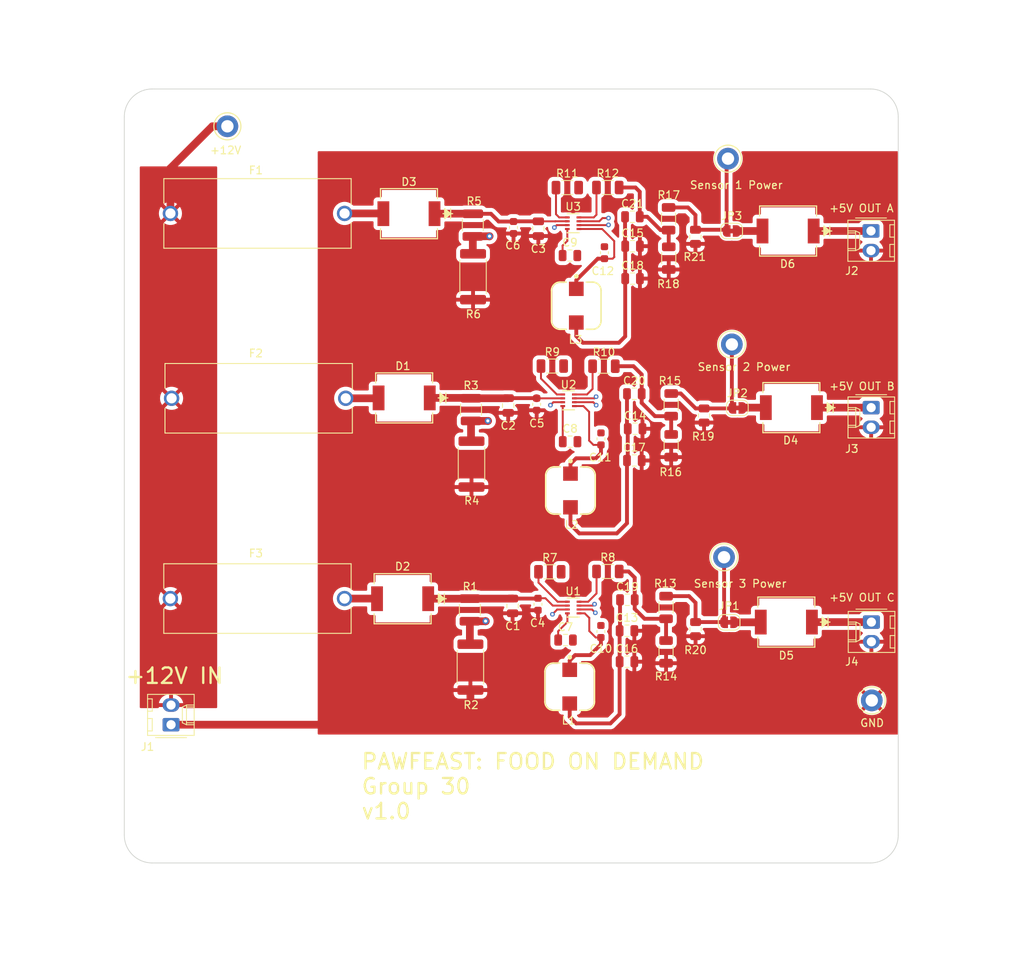
<source format=kicad_pcb>
(kicad_pcb (version 20221018) (generator pcbnew)
  (title_block (title "Template") (date "2022-08-16") (rev "0.0") (company "Illini Solar Car") (comment 1 "Designed By: Your Name"))
  (layers (0 "F.Cu" signal) (31 "B.Cu" signal) (34 "B.Paste" user) (35 "F.Paste" user) (36 "B.SilkS" user "B.Silkscreen") (37 "F.SilkS" user "F.Silkscreen") (38 "B.Mask" user) (39 "F.Mask" user) (44 "Edge.Cuts" user))
  (net 0 "")
  (net 1 "Net-(D2-K)")
  (net 2 "GND")
  (net 3 "Net-(JP2-A)")
  (net 4 "Net-(D1-K)")
  (net 5 "Net-(JP1-A)")
  (net 6 "Net-(D3-K)")
  (net 7 "Net-(JP3-A)")
  (net 8 "Net-(D1-A)")
  (net 9 "Net-(D2-A)")
  (net 10 "Net-(D3-A)")
  (net 11 "Net-(D4-K)")
  (net 12 "Net-(D4-A)")
  (net 13 "Net-(D5-K)")
  (net 14 "Net-(D5-A)")
  (net 15 "Net-(D6-K)")
  (net 16 "Net-(D6-A)")
  (net 17 "+12V")
  (net 18 "Net-(U1-GND)")
  (net 19 "Net-(U1-SS)")
  (net 20 "Net-(U2-GND)")
  (net 21 "Net-(U2-SS)")
  (net 22 "Net-(U3-GND)")
  (net 23 "Net-(U3-SS)")
  (net 24 "Net-(U1-BST)")
  (net 25 "Net-(U1-SW)")
  (net 26 "Net-(U2-BST)")
  (net 27 "Net-(U2-SW)")
  (net 28 "Net-(U3-BST)")
  (net 29 "Net-(U3-SW)")
  (net 30 "Net-(C19-Pad2)")
  (net 31 "Net-(C20-Pad2)")
  (net 32 "Net-(C21-Pad2)")
  (net 33 "Net-(U1-EN)")
  (net 34 "Net-(U2-EN)")
  (net 35 "Net-(U3-EN)")
  (net 36 "Net-(U1-PG)")
  (net 37 "Net-(U1-FB)")
  (net 38 "Net-(U2-PG)")
  (net 39 "Net-(U2-FB)")
  (net 40 "Net-(U3-PG)")
  (net 41 "Net-(U3-FB)")
  (footprint "Resistor_SMD:R_1206_3216Metric" (layer "F.Cu") (at 137.24 56.74)
    (fp_text reference "R11")
    (fp_text value "10k")
  )
  (footprint "Capacitor_SMD:C_0805_2012Metric" (layer "F.Cu") (at 145.9 92)
    (fp_text reference "C17")
    (fp_text value "22uF")
  )
  (footprint "VS_30BQ015_M3_9AT:VS_30BQ015_M3_9AT" (layer "F.Cu") (at 116.16 83.915 180)
    (fp_text reference "D1")
    (fp_text value "D_Schottky")
  )
  (footprint "TestPoint:TestPoint_Keystone_5010-5014_Multipurpose" (layer "F.Cu") (at 176.58 123)
    (fp_text reference "TP2" hide)
    (fp_text value "GND")
  )
  (footprint "Resistor_SMD:R_2512_6332Metric" (layer "F.Cu") (at 124.72 118.7 -90)
    (fp_text reference "R2")
    (fp_text value "49.9k")
  )
  (footprint "Capacitor_SMD:C_0603_1608Metric" (layer "F.Cu") (at 130.29 61.9 -90)
    (fp_text reference "C6")
    (fp_text value "0.1uF")
  )
  (footprint "MountingHole:MountingHole_3.2mm_M3" (layer "F.Cu") (at 83.6 140.4)
    (fp_text reference "H3" hide)
    (fp_text value "MountingHole")
  )
  (footprint "Resistor_SMD:R_1210_3225Metric" (layer "F.Cu") (at 124.8 85.425 -90)
    (fp_text reference "R3")
    (fp_text value "191k")
  )
  (footprint "4628:FUSE_4628" (layer "F.Cu") (at 97.21 60.08)
    (fp_text reference "F1")
    (fp_text value "Fuse")
  )
  (footprint "Capacitor_SMD:C_0603_1608Metric" (layer "F.Cu") (at 141.58 114.095 90)
    (fp_text reference "C10")
    (fp_text value "0.1uF")
  )
  (footprint "VS_30BQ015_M3_9AT:VS_30BQ015_M3_9AT" (layer "F.Cu") (at 165.5396 112.88 180)
    (fp_text reference "D5")
    (fp_text value "D_Schottky")
  )
  (footprint "Capacitor_SMD:C_0603_1608Metric" (layer "F.Cu") (at 133.28 84.735 -90)
    (fp_text reference "C5")
    (fp_text value "0.1uF")
  )
  (footprint "Capacitor_SMD:C_0805_2012Metric" (layer "F.Cu") (at 145 110)
    (fp_text reference "C19")
    (fp_text value "300pF")
  )
  (footprint "VS_30BQ015_M3_9AT:VS_30BQ015_M3_9AT" (layer "F.Cu") (at 116.78 60.11 180)
    (fp_text reference "D3")
    (fp_text value "D_Schottky")
  )
  (footprint "MountingHole:MountingHole_3.2mm_M3" (layer "F.Cu") (at 83.6 47.6)
    (fp_text reference "H1" hide)
    (fp_text value "MountingHole")
  )
  (footprint "Capacitor_SMD:C_0805_2012Metric" (layer "F.Cu") (at 144.95 118)
    (fp_text reference "C16")
    (fp_text value "22uF")
  )
  (footprint "Resistor_SMD:R_1206_3216Metric" (layer "F.Cu") (at 150.66 90.1 -90)
    (fp_text reference "R16")
    (fp_text value "10k")
  )
  (footprint "VS_30BQ015_M3_9AT:VS_30BQ015_M3_9AT" (layer "F.Cu") (at 166.195 85.17 180)
    (fp_text reference "D4")
    (fp_text value "D_Schottky")
  )
  (footprint "Resistor_SMD:R_1206_3216Metric" (layer "F.Cu") (at 150 110.99 -90)
    (fp_text reference "R13")
    (fp_text value "90.9k")
  )
  (footprint "MountingHole:MountingHole_3.2mm_M3" (layer "F.Cu") (at 176.4 140.4)
    (fp_text reference "H4" hide)
    (fp_text value "MountingHole")
  )
  (footprint "VS_30BQ015_M3_9AT:VS_30BQ015_M3_9AT" (layer "F.Cu") (at 115.96 109.86 180)
    (fp_text reference "D2")
    (fp_text value "D_Schottky")
  )
  (footprint "Connector_Molex:Molex_KK-254_AE-6410-02A_1x02_P2.54mm_Vertical" (layer "F.Cu") (at 176.5 85.17 -90)
    (fp_text reference "J3")
    (fp_text value "Motor1_Power")
  )
  (footprint "MountingHole:MountingHole_3.2mm_M3" (layer "F.Cu") (at 176.4 47.6)
    (fp_text reference "H2" hide)
    (fp_text value "MountingHole")
  )
  (footprint "Resistor_SMD:R_1210_3225Metric" (layer "F.Cu") (at 125.03 61.5875 -90)
    (fp_text reference "R5")
    (fp_text value "191k")
  )
  (footprint "TestPoint:TestPoint_Keystone_5010-5014_Multipurpose" (layer "F.Cu") (at 93.32 48.82)
    (fp_text reference "TP1" hide)
    (fp_text value "12V")
  )
  (footprint "Capacitor_SMD:C_0805_2012Metric" (layer "F.Cu") (at 133.5 62.05 -90)
    (fp_text reference "C3")
    (fp_text value "22uF")
  )
  (footprint "Resistor_SMD:R_1206_3216Metric" (layer "F.Cu") (at 150 116.73 -90)
    (fp_text reference "R14")
    (fp_text value "10k")
  )
  (footprint "7447786006:WE-PD_6050R" (layer "F.Cu") (at 137.55 121.225 -90)
    (fp_text reference "L1")
    (fp_text value "6.8uH")
  )
  (footprint "Resistor_SMD:R_0805_2012Metric" (layer "F.Cu") (at 153.81 113.79 -90)
    (fp_text reference "R20")
    (fp_text value "100k")
  )
  (footprint "Capacitor_SMD:C_0603_1608Metric" (layer "F.Cu") (at 141.59 89.21 90)
    (fp_text reference "C11")
    (fp_text value "0.1uF")
  )
  (footprint "Capacitor_SMD:C_0805_2012Metric" (layer "F.Cu") (at 137.58 65.52)
    (fp_text reference "C9")
    (fp_text value "22nF")
  )
  (footprint "TestPoint:TestPoint_Keystone_5010-5014_Multipurpose" (layer "F.Cu") (at 158 53)
    (fp_text reference "TP5" hide)
    (fp_text value "Sensor_Power")
  )
  (footprint "Capacitor_SMD:C_0805_2012Metric" (layer "F.Cu") (at 145.67 68.5)
    (fp_text reference "C18")
    (fp_text value "22uF")
  )
  (footprint "Resistor_SMD:R_1206_3216Metric" (layer "F.Cu") (at 141.97 79.82)
    (fp_text reference "R10")
    (fp_text value "10k")
  )
  (footprint "Resistor_SMD:R_1206_3216Metric" (layer "F.Cu") (at 142.48 106.34)
    (fp_text reference "R8")
    (fp_text value "10k")
  )
  (footprint "Connector_Molex:Molex_KK-254_AE-6410-02A_1x02_P2.54mm_Vertical" (layer "F.Cu") (at 86.04 126.14 90)
    (fp_text reference "J1")
    (fp_text value "12V IN")
  )
  (footprint "Capacitor_SMD:C_0805_2012Metric" (layer "F.Cu") (at 145.9 83.38)
    (fp_text reference "C20")
    (fp_text value "300pF")
  )
  (footprint "Jumper:SolderJumper-2_P1.3mm_Bridged_RoundedPad1.0x1.5mm" (layer "F.Cu") (at 158.15 112.91)
    (fp_text reference "JP1")
    (fp_text value "SolderJumper_2_Bridged")
  )
  (footprint "Resistor_SMD:R_1206_3216Metric" (layer "F.Cu") (at 150.325 60.77 -90)
    (fp_text reference "R17")
    (fp_text value "90.9k")
  )
  (footprint "Capacitor_SMD:C_0805_2012Metric" (layer "F.Cu") (at 130.17 110.79 -90)
    (fp_text reference "C1")
    (fp_text value "22uF")
  )
  (footprint "4628:FUSE_4628" (layer "F.Cu") (at 97.205 109.84)
    (fp_text reference "F3")
    (fp_text value "Fuse")
  )
  (footprint "Resistor_SMD:R_1206_3216Metric" (layer "F.Cu") (at 135.3 79.8)
    (fp_text reference "R9")
    (fp_text value "10k")
  )
  (footprint "Capacitor_SMD:C_0805_2012Metric" (layer "F.Cu") (at 145.67 64.31)
    (fp_text reference "C15")
    (fp_text value "22uF")
  )
  (footprint "Resistor_SMD:R_0805_2012Metric" (layer "F.Cu") (at 153.795 63.1 -90)
    (fp_text reference "R21")
    (fp_text value "100k")
  )
  (footprint "Capacitor_SMD:C_0805_2012Metric" (layer "F.Cu") (at 146 87.9)
    (fp_text reference "C14")
    (fp_text value "22uF")
  )
  (footprint "Resistor_SMD:R_2512_6332Metric" (layer "F.Cu") (at 125.06 68.26 -90)
    (fp_text reference "R6")
    (fp_text value "49.9k")
  )
  (footprint "Connector_Molex:Molex_KK-254_AE-6410-02A_1x02_P2.54mm_Vertical" (layer "F.Cu") (at 176.53 112.88 -90)
    (fp_text reference "J4")
    (fp_text value "Motor2_Power")
  )
  (footprint "7447786006:WE-PD_6050R" (layer "F.Cu") (at 138.4 72 -90)
    (fp_text reference "L3")
    (fp_text value "6.8uH")
  )
  (footprint "MP2338GTL-Z:SOT583_MP2338_MNP" (layer "F.Cu") (at 137.3993 84.220001)
    (fp_text reference "U2")
    (fp_text value "MP2338GTL-Z")
  )
  (footprint "Capacitor_SMD:C_0805_2012Metric" (layer "F.Cu") (at 137.01 115.2)
    (fp_text reference "C7")
    (fp_text value "22nF")
  )
  (footprint "4628:FUSE_4628" (layer "F.Cu") (at 97.36 83.965)
    (fp_text reference "F2")
    (fp_text value "Fuse")
  )
  (footprint "Capacitor_SMD:C_0805_2012Metric" (layer "F.Cu") (at 137.6 89.57)
    (fp_text reference "C8")
    (fp_text value "22nF")
  )
  (footprint "Resistor_SMD:R_1210_3225Metric" (layer "F.Cu") (at 124.65 111.31 -90)
    (fp_text reference "R1")
    (fp_text value "191k")
  )
  (footprint "TestPoint:TestPoint_Keystone_5010-5014_Multipurpose" (layer "F.Cu") (at 158.5 77)
    (fp_text reference "TP3" hide)
    (fp_text value "Motor1_Power")
  )
  (footprint "Jumper:SolderJumper-2_P1.3mm_Bridged_RoundedPad1.0x1.5mm" (layer "F.Cu") (at 159.215 85.21)
    (fp_text reference "JP2")
    (fp_text value "SolderJumper_2_Bridged")
  )
  (footprint "Resistor_SMD:R_1206_3216Metric" (layer "F.Cu") (at 150.345 65.86 -90)
    (fp_text reference "R18")
    (fp_text value "10k")
  )
  (footprint "Capacitor_SMD:C_0603_1608Metric" (layer "F.Cu") (at 142.0375 65.1525 90)
    (fp_text reference "C12")
    (fp_text value "0.1uF")
  )
  (footprint "Resistor_SMD:R_1206_3216Metric" (layer "F.Cu") (at 134.98 106.38)
    (fp_text reference "R7")
    (fp_text value "10k")
  )
  (footprint "TestPoint:TestPoint_Keystone_5010-5014_Multipurpose" (layer "F.Cu") (at 157.49 104.5)
    (fp_text reference "TP4" hide)
    (fp_text value "Motor2_Power")
  )
  (footprint "VS_30BQ015_M3_9AT:VS_30BQ015_M3_9AT" (layer "F.Cu") (at 165.765 62.35 180)
    (fp_text reference "D6")
    (fp_text value "D_Schottky")
  )
  (footprint "Capacitor_SMD:C_0805_2012Metric" (layer "F.Cu") (at 145.65 60.51)
    (fp_text reference "C21")
    (fp_text value "300pF")
  )
  (footprint "Capacitor_SMD:C_0805_2012Metric" (layer "F.Cu") (at 144.95 114)
    (fp_text reference "C13")
    (fp_text value "22uF")
  )
  (footprint "Resistor_SMD:R_1206_3216Metric" (layer "F.Cu") (at 150.66 84.81 -90)
    (fp_text reference "R15")
    (fp_text value "90.9k")
  )
  (footprint "Capacitor_SMD:C_0805_2012Metric" (layer "F.Cu") (at 129.6 84.895 -90)
    (fp_text reference "C2")
    (fp_text value "22uF")
  )
  (footprint "Resistor_SMD:R_1206_3216Metric" (layer "F.Cu") (at 142.47 56.73)
    (fp_text reference "R12")
    (fp_text value "10k")
  )
  (footprint "Capacitor_SMD:C_0603_1608Metric" (layer "F.Cu") (at 133.45 110.575 -90)
    (fp_text reference "C4")
    (fp_text value "0.1uF")
  )
  (footprint "Jumper:SolderJumper-2_P1.3mm_Bridged_RoundedPad1.0x1.5mm" (layer "F.Cu") (at 158.475 62.35)
    (fp_text reference "JP3")
    (fp_text value "SolderJumper_2_Bridged")
  )
  (footprint "Resistor_SMD:R_2512_6332Metric" (layer "F.Cu") (at 124.86 92.47 -90)
    (fp_text reference "R4")
    (fp_text value "49.9k")
  )
  (footprint "7447786006:WE-PD_6050R" (layer "F.Cu") (at 137.65 95.875 -90)
    (fp_text reference "L2")
    (fp_text value "6.8uH")
  )
  (footprint "MP2338GTL-Z:SOT583_MP2338_MNP" (layer "F.Cu") (at 137.99 61.34)
    (fp_text reference "U3")
    (fp_text value "MP2338GTL-Z")
  )
  (footprint "MP2338GTL-Z:SOT583_MP2338_MNP" (layer "F.Cu") (at 138 111)
    (fp_text reference "U1")
    (fp_text value "MP2338GTL-Z")
  )
  (footprint "Connector_Molex:Molex_KK-254_AE-6410-02A_1x02_P2.54mm_Vertical" (layer "F.Cu") (at 176.48 62.34 -90)
    (fp_text reference "J2")
    (fp_text value "Sensor_Power")
  )
  (footprint "Resistor_SMD:R_0805_2012Metric" (layer "F.Cu") (at 154.91 86.1875 -90)
    (fp_text reference "R19")
    (fp_text value "100k")
  )
  (gr_arc (start 80 47.6) (mid 81.054416 45.054416) (end 83.6 44) (stroke (width 0.1)) (layer "Edge.Cuts"))
  (gr_line (start 80 140.4) (end 80 47.6) (stroke (width 0.1)) (layer "Edge.Cuts"))
  (gr_arc (start 176.4 44) (mid 178.945584 45.054416) (end 180 47.6) (stroke (width 0.1)) (layer "Edge.Cuts"))
  (gr_line (start 176.4 144) (end 83.6 144) (stroke (width 0.1)) (layer "Edge.Cuts"))
  (gr_line (start 180 47.6) (end 180 140.4) (stroke (width 0.1)) (layer "Edge.Cuts"))
  (gr_arc (start 180 140.4) (mid 178.945584 142.945584) (end 176.4 144) (stroke (width 0.1)) (layer "Edge.Cuts"))
  (gr_line (start 83.6 44) (end 176.4 44) (stroke (width 0.1)) (layer "Edge.Cuts"))
  (gr_arc (start 83.6 144) (mid 81.054416 142.945584) (end 80 140.4) (stroke (width 0.1)) (layer "Edge.Cuts"))
  (gr_text "+5V OUT A" (at 171 60) (layer "F.SilkS") (effects (font (size 1 1)) (justify left bottom)))
  (gr_text "+5V OUT B\n" (at 171 83) (layer "F.SilkS") (effects (font (size 1 1)) (justify left bottom)))
  (gr_text "+12V" (at 91 52.5) (layer "F.SilkS") (effects (font (size 1 1)) (justify left bottom)))
  (gr_text "PAWFEAST: FOOD ON DEMAND\nGroup 30\nv1.0" (at 110.5 138.5) (layer "F.SilkS") (effects (font (size 2 2) (thickness 0.3)) (justify left bottom)))
  (gr_text "GND" (at 175 126.5) (layer "F.SilkS") (effects (font (size 1 1)) (justify left bottom)))
  (gr_text "Sensor 1 Power" (at 153 57) (layer "F.SilkS") (effects (font (size 1 1)) (justify left bottom)))
  (gr_text "Sensor 2 Power" (at 154 80.5) (layer "F.SilkS") (effects (font (size 1 1)) (justify left bottom)))
  (gr_text "Sensor 3 Power" (at 153.5 108.5) (layer "F.SilkS") (effects (font (size 1 1)) (justify left bottom)))
  (gr_text "+12V IN" (at 80 121) (layer "F.SilkS") (effects (font (size 2 2) (thickness 0.3) bold) (justify left bottom)))
  (gr_text "+5V OUT C" (at 171 110.29428) (layer "F.SilkS") (effects (font (size 1 1)) (justify left bottom)))
  (segment (start 137.2507 110.75) (end 135.36 110.75) (width 0.25) (layer "F.Cu") (net 1))
  (segment (start 130.17 109.84) (end 133.41 109.84) (width 0.5) (layer "F.Cu") (net 1))
  (segment (start 119.265 109.86) (end 124.6375 109.86) (width 1) (layer "F.Cu") (net 1))
  (segment (start 130.1625 109.8475) (end 130.17 109.84) (width 1) (layer "F.Cu") (net 1))
  (segment (start 124.6375 109.86) (end 124.65 109.8475) (width 1) (layer "F.Cu") (net 1))
  (segment (start 135.36 110.75) (end 134.41 109.8) (width 0.25) (layer "F.Cu") (net 1))
  (segment (start 134.41 109.8) (end 133.45 109.8) (width 0.25) (layer "F.Cu") (net 1))
  (segment (start 124.65 109.8475) (end 130.1625 109.8475) (width 1) (layer "F.Cu") (net 1))
  (segment (start 86.04 126.14) (end 106.64 126.14) (width 1) (layer "F.Cu") (net 2))
  (segment (start 106.66 126.14) (end 106.74 126.14) (width 0.25) (layer "F.Cu") (net 2))
  (segment (start 106.65 126.15) (end 106.66 126.14) (width 0.25) (layer "F.Cu") (net 2))
  (segment (start 123.34 126.14) (end 106.64 126.14) (width 1) (layer "F.Cu") (net 2))
  (segment (start 106.64 126.14) (end 106.65 126.15) (width 0.25) (layer "F.Cu") (net 2))
  (segment (start 124.72 121.6625) (end 124.72 124.76) (width 1) (layer "F.Cu") (net 2))
  (segment (start 124.72 124.76) (end 123.34 126.14) (width 1) (layer "F.Cu") (net 2))
  (segment (start 137.65 98.05) (end 137.65 100.28) (width 0.5) (layer "F.Cu") (net 3))
  (segment (start 150.66 83.3475) (end 151.8975 83.3475) (width 0.5) (layer "F.Cu") (net 3))
  (segment (start 154.91 85.275) (end 158.5 85.275) (width 0.5) (layer "F.Cu") (net 3))
  (segment (start 151.8975 83.3475) (end 153.825 85.275) (width 0.5) (layer "F.Cu") (net 3))
  (segment (start 144.95 83.38) (end 144.95 87.8) (width 0.5) (layer "F.Cu") (net 3))
  (segment (start 137.65 100.28) (end 138.79 101.42) (width 0.5) (layer "F.Cu") (net 3))
  (segment (start 145.05 91.9) (end 144.95 92) (width 0.5) (layer "F.Cu") (net 3))
  (segment (start 144.95 100.11) (end 144.95 92) (width 0.5) (layer "F.Cu") (net 3))
  (segment (start 144.95 87.8) (end 145.05 87.9) (width 0.5) (layer "F.Cu") (net 3))
  (segment (start 143.64 101.42) (end 144.95 100.11) (width 0.5) (layer "F.Cu") (net 3))
  (segment (start 158.5 85.275) (end 158.565 85.21) (width 0.5) (layer "F.Cu") (net 3))
  (segment (start 158.5 77) (end 158.5 85.145) (width 0.5) (layer "F.Cu") (net 3))
  (segment (start 145.05 87.9) (end 145.05 91.9) (width 0.5) (layer "F.Cu") (net 3))
  (segment (start 153.825 85.275) (end 154.91 85.275) (width 0.5) (layer "F.Cu") (net 3))
  (segment (start 158.5 85.145) (end 158.565 85.21) (width 0.5) (layer "F.Cu") (net 3))
  (segment (start 138.79 101.42) (end 143.64 101.42) (width 0.5) (layer "F.Cu") (net 3))
  (segment (start 133.265 83.945) (end 133.28 83.96) (width 1) (layer "F.Cu") (net 4))
  (segment (start 124.7525 83.915) (end 124.8 83.9625) (width 1) (layer "F.Cu") (net 4))
  (segment (start 129.6 83.945) (end 133.265 83.945) (width 0.5) (layer "F.Cu") (net 4))
  (segment (start 124.8 83.9625) (end 129.5825 83.9625) (width 1) (layer "F.Cu") (net 4))
  (segment (start 133.290001 83.970001) (end 133.28 83.96) (width 0.25) (layer "F.Cu") (net 4))
  (segment (start 136.65 83.970001) (end 133.290001 83.970001) (width 0.25) (layer "F.Cu") (net 4))
  (segment (start 119.465 83.915) (end 124.7525 83.915) (width 1) (layer "F.Cu") (net 4))
  (segment (start 153.81 112.8775) (end 153.81 110.38) (width 0.5) (layer "F.Cu") (net 5))
  (segment (start 157.5 104.51) (end 157.49 104.5) (width 0.5) (layer "F.Cu") (net 5))
  (segment (start 144.05 110) (end 144.05 113.95) (width 0.5) (layer "F.Cu") (net 5))
  (segment (start 138.39 125.97) (end 137.55 125.13) (width 0.5) (layer "F.Cu") (net 5))
  (segment (start 144 118) (end 144 114) (width 0.5) (layer "F.Cu") (net 5))
  (segment (start 142.81 125.97) (end 138.39 125.97) (width 0.5) (layer "F.Cu") (net 5))
  (segment (start 152.9575 109.5275) (end 150 109.5275) (width 0.5) (layer "F.Cu") (net 5))
  (segment (start 153.81 110.38) (end 152.9575 109.5275) (width 0.5) (layer "F.Cu") (net 5))
  (segment (start 144.05 113.95) (end 144 114) (width 0.5) (layer "F.Cu") (net 5))
  (segment (start 153.81 112.8775) (end 157.4675 112.8775) (width 0.5) (layer "F.Cu") (net 5))
  (segment (start 144 124.78) (end 142.81 125.97) (width 0.5) (layer "F.Cu") (net 5))
  (segment (start 157.5 112.91) (end 157.5 104.51) (width 0.5) (layer "F.Cu") (net 5))
  (segment (start 157.4675 112.8775) (end 157.5 112.91) (width 0.5) (layer "F.Cu") (net 5))
  (segment (start 137.55 125.13) (end 137.55 123.4) (width 0.5) (layer "F.Cu") (net 5))
  (segment (start 144 118) (end 144 124.78) (width 0.5) (layer "F.Cu") (net 5))
  (segment (start 135.68 61.1) (end 133.5 61.1) (width 0.25) (layer "F.Cu") (net 6))
  (segment (start 133.5 61.1) (end 130.315 61.1) (width 0.5) (layer "F.Cu") (net 6))
  (segment (start 137.2407 61.09) (end 135.69 61.09) (width 0.25) (layer "F.Cu") (net 6))
  (segment (start 120.085 60.11) (end 125.015 60.11) (width 1) (layer "F.Cu") (net 6))
  (segment (start 128.375 61.125) (end 127.375 60.125) (width 0.5) (layer "F.Cu") (net 6))
  (segment (start 133.775 61.145) (end 133.81 61.11) (width 0.25) (layer "F.Cu") (net 6))
  (segment (start 127.375 60.125) (end 125.03 60.125) (width 0.5) (layer "F.Cu") (net 6))
  (segment (start 125.015 60.11) (end 125.03 60.125) (width 1) (layer "F.Cu") (net 6))
  (segment (start 133.475 60.975) (end 133.5 61) (width 0.5) (layer "F.Cu") (net 6))
  (segment (start 130.315 61.1) (end 130.29 61.125) (width 0.25) (layer "F.Cu") (net 6))
  (segment (start 135.69 61.09) (end 135.68 61.1) (width 0.25) (layer "F.Cu") (net 6))
  (segment (start 130.29 61.125) (end 128.375 61.125) (width 0.5) (layer "F.Cu") (net 6))
  (segment (start 139.26 76.79) (end 138.4 75.93) (width 0.5) (layer "F.Cu") (net 7))
  (segment (start 144.7 64.29) (end 144.72 64.31) (width 0.5) (layer "F.Cu") (net 7))
  (segment (start 144.72 68.5) (end 144.72 75.97) (width 0.5) (layer "F.Cu") (net 7))
  (segment (start 157.6625 62.1875) (end 157.825 62.35) (width 0.5) (layer "F.Cu") (net 7))
  (segment (start 144.72 75.97) (end 143.9 76.79) (width 0.5) (layer "F.Cu") (net 7))
  (segment (start 150.325 59.3075) (end 152.8275 59.3075) (width 0.5) (layer "F.Cu") (net 7))
  (segment (start 153.795 60.275) (end 153.795 62.1875) (width 0.5) (layer "F.Cu") (net 7))
  (segment (start 143.9 76.79) (end 139.26 76.79) (width 0.5) (layer "F.Cu") (net 7))
  (segment (start 144.72 64.31) (end 144.72 68.5) (width 0.5) (layer "F.Cu") (net 7))
  (segment (start 152.8275 59.3075) (end 153.795 60.275) (width 0.5) (layer "F.Cu") (net 7))
  (segment (start 157.825 62.35) (end 157.825 53.175) (width 0.5) (layer "F.Cu") (net 7))
  (segment (start 157.825 53.175) (end 158 53) (width 0.5) (layer "F.Cu") (net 7))
  (segment (start 153.795 62.1875) (end 157.6625 62.1875) (width 0.5) (layer "F.Cu") (net 7))
  (segment (start 144.7 60.51) (end 144.7 64.29) (width 0.5) (layer "F.Cu") (net 7))
  (segment (start 138.4 75.93) (end 138.4 74.175) (width 0.5) (layer "F.Cu") (net 7))
  (segment (start 108.61 83.965) (end 112.805 83.965) (width 1) (layer "F.Cu") (net 8))
  (segment (start 112.805 83.965) (end 112.855 83.915) (width 1) (layer "F.Cu") (net 8))
  (segment (start 112.635 109.84) (end 112.655 109.86) (width 1) (layer "F.Cu") (net 9))
  (segment (start 108.455 109.84) (end 112.635 109.84) (width 1) (layer "F.Cu") (net 9))
  (segment (start 113.445 60.08) (end 113.475 60.11) (width 1) (layer "F.Cu") (net 10))
  (segment (start 108.46 60.08) (end 113.445 60.08) (width 1) (layer "F.Cu") (net 10))
  (segment (start 169.5 85.17) (end 176.5 85.17) (width 1) (layer "F.Cu") (net 11))
  (segment (start 162.89 85.17) (end 159.905 85.17) (width 1) (layer "F.Cu") (net 12))
  (segment (start 159.905 85.17) (end 159.865 85.21) (width 1) (layer "F.Cu") (net 12))
  (segment (start 168.8446 112.88) (end 176.53 112.88) (width 1) (layer "F.Cu") (net 13))
  (segment (start 158.8 112.91) (end 162.2046 112.91) (width 1) (layer "F.Cu") (net 14))
  (segment (start 162.2046 112.91) (end 162.2346 112.88) (width 1) (layer "F.Cu") (net 14))
  (segment (start 176.47 62.35) (end 176.48 62.34) (width 1) (layer "F.Cu") (net 15))
  (segment (start 169.07 62.35) (end 176.47 62.35) (width 1) (layer "F.Cu") (net 15))
  (segment (start 159.125 62.35) (end 162.46 62.35) (width 1) (layer "F.Cu") (net 16))
  (segment (start 93.32 48.82) (end 91.38 48.82) (width 1) (layer "F.Cu") (net 17))
  (segment (start 91.38 48.82) (end 85.96 54.24) (width 1) (layer "F.Cu") (net 17))
  (segment (start 85.96 54.24) (end 85.96 60.08) (width 1) (layer "F.Cu") (net 17))
  (segment (start 137.2507 111.750001) (end 137.2507 112.8907) (width 0.25) (layer "F.Cu") (net 18))
  (segment (start 136.06 114.06) (end 136.06 115.2) (width 0.25) (layer "F.Cu") (net 18))
  (segment (start 137.2293 112.8907) (end 136.06 114.06) (width 0.25) (layer "F.Cu") (net 18))
  (segment (start 137.2507 112.8907) (end 137.2293 112.8907) (width 0.25) (layer "F.Cu") (net 18))
  (segment (start 138.7493 110.75) (end 140.57 110.75) (width 0.25) (layer "F.Cu") (net 19))
  (segment (start 140.57 110.75) (end 140.76 110.56) (width 0.25) (layer "F.Cu") (net 19))
  (via (at 140.76 110.56) (size 0.6) (drill 0.3) (layers "F.Cu" "B.Cu") (net 19))
  (segment (start 136.65 84.970002) (end 136.65 89.57) (width 0.25) (layer "F.Cu") (net 20))
  (segment (start 138.1486 83.970001) (end 140.749999 83.970001) (width 0.25) (layer "F.Cu") (net 21))
  (segment (start 140.749999 83.970001) (end 140.96 83.76) (width 0.25) (layer "F.Cu") (net 21))
  (via (at 140.96 83.76) (size 0.6) (drill 0.3) (layers "F.Cu" "B.Cu") (net 21))
  (segment (start 136.63 64.24) (end 136.63 65.52) (width 0.25) (layer "F.Cu") (net 22))
  (segment (start 137.2407 62.090001) (end 137.2407 63.6293) (width 0.25) (layer "F.Cu") (net 22))
  (segment (start 137.2407 63.6293) (end 136.63 64.24) (width 0.25) (layer "F.Cu") (net 22))
  (segment (start 141.38 61.09) (end 141.79 60.68) (width 0.25) (layer "F.Cu") (net 23))
  (segment (start 138.7393 61.09) (end 141.38 61.09) (width 0.25) (layer "F.Cu") (net 23))
  (segment (start 141.79 60.68) (end 142.56 60.68) (width 0.25) (layer "F.Cu") (net 23))
  (via (at 142.56 60.68) (size 0.6) (drill 0.3) (layers "F.Cu" "B.Cu") (net 23))
  (segment (start 137.55 119.05) (end 137.55 117.85) (width 0.5) (layer "F.Cu") (net 24))
  (segment (start 140.91 114.87) (end 140.08 114.04) (width 0.25) (layer "F.Cu") (net 24))
  (segment (start 140.08 114.04) (end 140.08 112.34) (width 0.25) (layer "F.Cu") (net 24))
  (segment (start 138.25 117.15) (end 140.19 117.15) (width 0.5) (layer "F.Cu") (net 24))
  (segment (start 141.58 115.76) (end 141.58 114.87) (width 0.5) (layer "F.Cu") (net 24))
  (segment (start 141.58 114.87) (end 140.91 114.87) (width 0.25) (layer "F.Cu") (net 24))
  (segment (start 139.490001 111.750001) (end 138.7493 111.750001) (width 0.25) (layer "F.Cu") (net 24))
  (segment (start 140.08 112.34) (end 139.490001 111.750001) (width 0.25) (layer "F.Cu") (net 24))
  (segment (start 140.19 117.15) (end 141.58 115.76) (width 0.5) (layer "F.Cu") (net 24))
  (segment (start 137.55 117.85) (end 138.25 117.15) (width 0.5) (layer "F.Cu") (net 24))
  (segment (start 135.93 111.26) (end 135.32 111.87) (width 0.25) (layer "F.Cu") (net 25))
  (segment (start 137.2507 111.25) (end 137.2407 111.26) (width 0.25) (layer "F.Cu") (net 25))
  (segment (start 137.2407 111.26) (end 135.93 111.26) (width 0.25) (layer "F.Cu") (net 25))
  (via (at 135.32 111.87) (size 0.6) (drill 0.3) (layers "F.Cu" "B.Cu") (net 25))
  (segment (start 138.38 91.72) (end 140.93 91.72) (width 0.5) (layer "F.Cu") (net 26))
  (segment (start 141.59 91.06) (end 141.59 89.985) (width 0.5) (layer "F.Cu") (net 26))
  (segment (start 137.65 92.45) (end 138.38 91.72) (width 0.5) (layer "F.Cu") (net 26))
  (segment (start 137.65 93.7) (end 137.65 92.45) (width 0.5) (layer "F.Cu") (net 26))
  (segment (start 139.310002 84.970002) (end 138.1486 84.970002) (width 0.25) (layer "F.Cu") (net 26))
  (segment (start 140.615 89.985) (end 140.06 89.43) (width 0.25) (layer "F.Cu") (net 26))
  (segment (start 140.06 85.72) (end 139.310002 84.970002) (width 0.25) (layer "F.Cu") (net 26))
  (segment (start 140.93 91.72) (end 141.59 91.06) (width 0.5) (layer "F.Cu") (net 26))
  (segment (start 141.59 89.985) (end 140.615 89.985) (width 0.25) (layer "F.Cu") (net 26))
  (segment (start 140.06 89.43) (end 140.06 85.72) (width 0.25) (layer "F.Cu") (net 26))
  (segment (start 135.44 84.47) (end 135.06 84.85) (width 0.25) (layer "F.Cu") (net 27))
  (segment (start 136.65 84.470001) (end 135.44 84.47) (width 0.25) (layer "F.Cu") (net 27))
  (via (at 135.06 84.85) (size 0.6) (drill 0.3) (layers "F.Cu" "B.Cu") (net 27))
  (segment (start 138.4 68.7) (end 141.1725 65.9275) (width 0.5) (layer "F.Cu") (net 28))
  (segment (start 138.4 69.825) (end 138.4 68.7) (width 0.5) (layer "F.Cu") (net 28))
  (segment (start 142.0375 65.9275) (end 143.0925 65.9275) (width 0.25) (layer "F.Cu") (net 28))
  (segment (start 143.0925 65.9275) (end 143.3075 65.7125) (width 0.25) (layer "F.Cu") (net 28))
  (segment (start 141.1725 65.9275) (end 142.0375 65.9275) (width 0.5) (layer "F.Cu") (net 28))
  (segment (start 143.3 65.705) (end 143.3 63.65) (width 0.25) (layer "F.Cu") (net 28))
  (segment (start 141.740001 62.090001) (end 138.7393 62.090001) (width 0.25) (layer "F.Cu") (net 28))
  (segment (start 143.3 63.65) (end 141.740001 62.090001) (width 0.25) (layer "F.Cu") (net 28))
  (segment (start 143.3075 65.7125) (end 143.3 65.705) (width 0.25) (layer "F.Cu") (net 28))
  (segment (start 137.2407 61.59) (end 135.88 61.59) (width 0.25) (layer "F.Cu") (net 29))
  (segment (start 135.88 61.59) (end 135.57 61.9) (width 0.25) (layer "F.Cu") (net 29))
  (via (at 135.57 61.9) (size 0.6) (drill 0.3) (layers "F.Cu" "B.Cu") (net 29))
  (segment (start 145.15 106.34) (end 143.9425 106.34) (width 0.5) (layer "F.Cu") (net 30))
  (segment (start 147.2225 112.4525) (end 150 112.4525) (width 0.5) (layer "F.Cu") (net 30))
  (segment (start 145.95 110) (end 145.95 111.18) (width 0.5) (layer "F.Cu") (net 30))
  (segment (start 145.95 110) (end 145.95 107.14) (width 0.5) (layer "F.Cu") (net 30))
  (segment (start 145.95 111.18) (end 147.2225 112.4525) (width 0.5) (layer "F.Cu") (net 30))
  (segment (start 145.95 107.14) (end 145.15 106.34) (width 0.5) (layer "F.Cu") (net 30))
  (segment (start 150 112.4525) (end 150 115.2675) (width 0.5) (layer "F.Cu") (net 30))
  (segment (start 146.85 83.38) (end 146.85 84.56) (width 0.5) (layer "F.Cu") (net 31))
  (segment (start 145.79 79.82) (end 146.85 80.88) (width 0.5) (layer "F.Cu") (net 31))
  (segment (start 148.5625 86.2725) (end 150.66 86.2725) (width 0.5) (layer "F.Cu") (net 31))
  (segment (start 146.85 84.56) (end 148.5625 86.2725) (width 0.5) (layer "F.Cu") (net 31))
  (segment (start 146.85 80.88) (end 146.85 83.38) (width 0.5) (layer "F.Cu") (net 31))
  (segment (start 143.4325 79.82) (end 145.79 79.82) (width 0.5) (layer "F.Cu") (net 31))
  (segment (start 150.66 86.2725) (end 150.66 88.6375) (width 0.5) (layer "F.Cu") (net 31))
  (segment (start 143.9325 56.73) (end 146.05 56.73) (width 0.5) (layer "F.Cu") (net 32))
  (segment (start 146.6 60.51) (end 147.57 60.51) (width 0.5) (layer "F.Cu") (net 32))
  (segment (start 150.345 62.2525) (end 150.325 62.2325) (width 0.25) (layer "F.Cu") (net 32))
  (segment (start 146.05 56.73) (end 146.6 57.28) (width 0.5) (layer "F.Cu") (net 32))
  (segment (start 149.2925 62.2325) (end 150.325 62.2325) (width 0.5) (layer "F.Cu") (net 32))
  (segment (start 150.345 64.3975) (end 150.345 62.2525) (width 0.5) (layer "F.Cu") (net 32))
  (segment (start 146.6 57.28) (end 146.6 60.51) (width 0.5) (layer "F.Cu") (net 32))
  (segment (start 150.325 64.3775) (end 150.345 64.3975) (width 0.25) (layer "F.Cu") (net 32))
  (segment (start 147.57 60.51) (end 149.2925 62.2325) (width 0.5) (layer "F.Cu") (net 32))
  (segment (start 126.7025 112.7725) (end 126.7075 112.7725) (width 1) (layer "F.Cu") (net 33))
  (segment (start 124.65 112.7725) (end 124.65 115.6675) (width 1) (layer "F.Cu") (net 33))
  (segment (start 140.43 111.25) (end 140.86 111.68) (width 0.25) (layer "F.Cu") (net 33))
  (segment (start 126.68 112.75) (end 126.7025 112.7725) (width 1) (layer "F.Cu") (net 33))
  (segment (start 124.65 115.6675) (end 124.72 115.7375) (width 1) (layer "F.Cu") (net 33))
  (segment (start 124.65 112.7725) (end 126.6575 112.7725) (width 1) (layer "F.Cu") (net 33))
  (segment (start 126.6575 112.7725) (end 126.68 112.75) (width 1) (layer "F.Cu") (net 33))
  (segment (start 138.7493 111.25) (end 140.43 111.25) (width 0.25) (layer "F.Cu") (net 33))
  (via (at 140.86 111.68) (size 0.6) (drill 0.3) (layers "F.Cu" "B.Cu") (net 33))
  (via (at 126.68 112.75) (size 0.8) (drill 0.4) (layers "F.Cu" "B.Cu") (net 33))
  (segment (start 140.590001 84.470001) (end 140.97 84.85) (width 0.25) (layer "F.Cu") (net 34))
  (segment (start 126.97 86.88) (end 126.9775 86.8875) (width 1) (layer "F.Cu") (net 34))
  (segment (start 138.1486 84.470001) (end 140.590001 84.470001) (width 0.25) (layer "F.Cu") (net 34))
  (segment (start 124.8 89.4475) (end 124.86 89.5075) (width 1) (layer "F.Cu") (net 34))
  (segment (start 124.8 86.8875) (end 124.8 89.4475) (width 1) (layer "F.Cu") (net 34))
  (segment (start 124.8 86.8875) (end 126.9625 86.8875) (width 1) (layer "F.Cu") (net 34))
  (segment (start 126.9625 86.8875) (end 126.97 86.88) (width 1) (layer "F.Cu") (net 34))
  (segment (start 126.9775 86.8875) (end 127.0025 86.8875) (width 1) (layer "F.Cu") (net 34))
  (via (at 126.97 86.88) (size 0.8) (drill 0.4) (layers "F.Cu" "B.Cu") (net 34))
  (via (at 140.97 84.85) (size 0.6) (drill 0.3) (layers "F.Cu" "B.Cu") (net 34))
  (segment (start 125.03 65.2675) (end 125.06 65.2975) (width 1) (layer "F.Cu") (net 35))
  (segment (start 138.7393 61.59) (end 142.53 61.59) (width 0.25) (layer "F.Cu") (net 35))
  (segment (start 127.19 63.02) (end 127.17 63.05) (width 1) (layer "F.Cu") (net 35))
  (segment (start 125.03 63.05) (end 125.03 65.2675) (width 1) (layer "F.Cu") (net 35))
  (segment (start 125.03 63.05) (end 127.19 63.02) (width 1) (layer "F.Cu") (net 35))
  (segment (start 142.53 61.59) (end 142.56 61.56) (width 0.25) (layer "F.Cu") (net 35))
  (via (at 142.56 61.56) (size 0.6) (drill 0.3) (layers "F.Cu" "B.Cu") (net 35))
  (via (at 127.19 63.02) (size 0.8) (drill 0.4) (layers "F.Cu" "B.Cu") (net 35))
  (segment (start 135.989999 110.249999) (end 133.5175 107.7775) (width 0.25) (layer "F.Cu") (net 36))
  (segment (start 137.2507 110.249999) (end 135.989999 110.249999) (width 0.25) (layer "F.Cu") (net 36))
  (segment (start 133.5175 107.7775) (end 133.5175 106.38) (width 0.25) (layer "F.Cu") (net 36))
  (segment (start 141.0175 109.1725) (end 139.940001 110.249999) (width 0.25) (layer "F.Cu") (net 37))
  (segment (start 141.0175 106.34) (end 141.0175 109.1725) (width 0.25) (layer "F.Cu") (net 37))
  (segment (start 139.940001 110.249999) (end 138.7493 110.249999) (width 0.25) (layer "F.Cu") (net 37))
  (segment (start 133.8375 81.4175) (end 133.8375 79.8) (width 0.25) (layer "F.Cu") (net 38))
  (segment (start 135.89 83.47) (end 133.8375 81.4175) (width 0.25) (layer "F.Cu") (net 38))
  (segment (start 136.65 83.47) (end 135.89 83.47) (width 0.25) (layer "F.Cu") (net 38))
  (segment (start 140.5075 79.82) (end 140.5075 82.7425) (width 0.25) (layer "F.Cu") (net 39))
  (segment (start 140.5075 82.7425) (end 139.78 83.47) (width 0.25) (layer "F.Cu") (net 39))
  (segment (start 139.78 83.47) (end 138.1486 83.47) (width 0.25) (layer "F.Cu") (net 39))
  (segment (start 136.189999 60.589999) (end 135.7775 60.1775) (width 0.25) (layer "F.Cu") (net 40))
  (segment (start 135.7775 60.1775) (end 135.7775 56.74) (width 0.25) (layer "F.Cu") (net 40))
  (segment (start 137.2407 60.589999) (end 136.189999 60.589999) (width 0.25) (layer "F.Cu") (net 40))
  (segment (start 141.0075 60.2425) (end 140.660001 60.589999) (width 0.25) (layer "F.Cu") (net 41))
  (segment (start 140.660001 60.589999) (end 138.7393 60.589999) (width 0.25) (layer "F.Cu") (net 41))
  (segment (start 141.0075 56.73) (end 141.0075 60.2425) (width 0.25) (layer "F.Cu") (net 41))
  (zone (net 2) (net_name "GND") (layer "F.Cu") (connect_pads (clearance 0.508)) (min_thickness 0.25) (fill yes (thermal_gap 0.5) (thermal_bridge_width 0.5))
    (polygon (pts (xy 104.99 52.04) (xy 179.99 52.04) (xy 179.99 127.41) (xy 104.99 127.41)))
  )
  (zone (net 17) (net_name "+12V") (layer "F.Cu") (priority 1) (connect_pads (clearance 0.508)) (min_thickness 0.25) (fill yes (thermal_gap 0.5) (thermal_bridge_width 0.5))
    (polygon (pts (xy 82 54) (xy 92 54) (xy 92 124) (xy 82 124)))
  )
)
</source>
